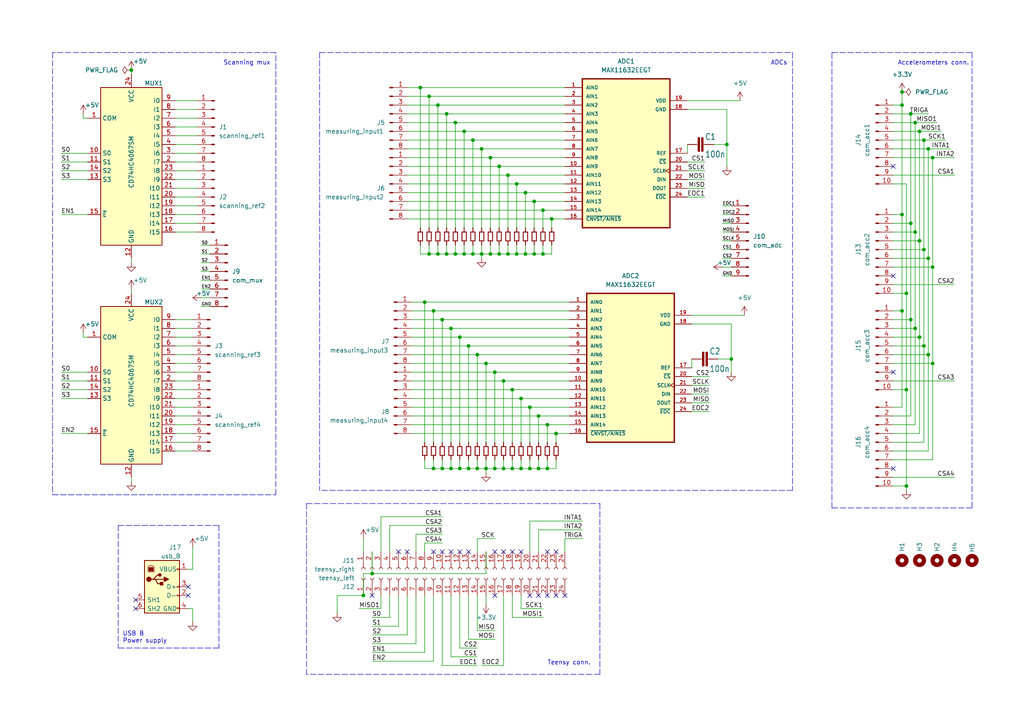
<source format=kicad_sch>
(kicad_sch (version 20211123) (generator eeschema)
  (paper "A4")
  (title_block (title "FSRray") (date "2022-10-21") (rev "3.0") (company "Alexis Devillard - HRG - Imperial College London"))
  (junction (at 270.51 45.72))
  (junction (at 156.21 120.65))
  (junction (at 138.43 135.89))
  (junction (at 267.97 72.39))
  (junction (at 262.89 85.09))
  (junction (at 149.86 73.66))
  (junction (at 156.21 135.89))
  (junction (at 266.7 38.1))
  (junction (at 128.27 92.71))
  (junction (at 267.97 100.33))
  (junction (at 142.24 73.66))
  (junction (at 158.75 135.89))
  (junction (at 161.29 125.73))
  (junction (at 262.89 140.97))
  (junction (at 124.46 27.94))
  (junction (at 143.51 135.89))
  (junction (at 129.54 33.02))
  (junction (at 152.4 55.88))
  (junction (at 143.51 107.95))
  (junction (at 130.81 95.25))
  (junction (at 142.24 45.72))
  (junction (at 261.62 30.48))
  (junction (at 139.7 43.18))
  (junction (at 134.62 73.66))
  (junction (at 265.43 95.25))
  (junction (at 132.08 73.66))
  (junction (at 135.89 135.89))
  (junction (at 138.43 102.87))
  (junction (at 261.62 90.17))
  (junction (at 146.05 110.49))
  (junction (at 137.16 73.66))
  (junction (at 210.82 41.91))
  (junction (at 266.7 69.85))
  (junction (at 148.59 135.89))
  (junction (at 140.97 135.89))
  (junction (at 107.95 166.37))
  (junction (at 151.13 115.57))
  (junction (at 261.62 62.23))
  (junction (at 139.7 73.66))
  (junction (at 144.78 48.26))
  (junction (at 264.16 33.02))
  (junction (at 140.97 105.41))
  (junction (at 137.16 40.64))
  (junction (at 127 30.48))
  (junction (at 264.16 64.77))
  (junction (at 133.35 135.89))
  (junction (at 267.97 40.64))
  (junction (at 105.41 172.72))
  (junction (at 128.27 135.89))
  (junction (at 269.24 74.93))
  (junction (at 134.62 38.1))
  (junction (at 270.51 105.41))
  (junction (at 130.81 135.89))
  (junction (at 154.94 73.66))
  (junction (at 144.78 73.66))
  (junction (at 123.19 87.63))
  (junction (at 266.7 97.79))
  (junction (at 265.43 35.56))
  (junction (at 148.59 113.03))
  (junction (at 160.02 63.5))
  (junction (at 147.32 73.66))
  (junction (at 135.89 100.33))
  (junction (at 264.16 92.71))
  (junction (at 127 73.66))
  (junction (at 212.09 104.14))
  (junction (at 125.73 90.17))
  (junction (at 132.08 35.56))
  (junction (at 147.32 50.8))
  (junction (at 262.89 113.03))
  (junction (at 38.1 20.32))
  (junction (at 124.46 73.66))
  (junction (at 153.67 135.89))
  (junction (at 151.13 135.89))
  (junction (at 261.62 26.67))
  (junction (at 129.54 73.66))
  (junction (at 269.24 102.87))
  (junction (at 157.48 73.66))
  (junction (at 152.4 73.66))
  (junction (at 157.48 60.96))
  (junction (at 265.43 67.31))
  (junction (at 146.05 135.89))
  (junction (at 269.24 43.18))
  (junction (at 154.94 58.42))
  (junction (at 133.35 97.79))
  (junction (at 270.51 77.47))
  (junction (at 153.67 118.11))
  (junction (at 149.86 53.34))
  (junction (at 125.73 135.89))
  (junction (at 158.75 123.19))
  (junction (at 121.92 25.4))
  (no_connect (at 153.67 172.72))
  (no_connect (at 259.08 80.01))
  (no_connect (at 133.35 160.02))
  (no_connect (at 143.51 172.72))
  (no_connect (at 259.08 107.95))
  (no_connect (at 143.51 160.02))
  (no_connect (at 161.29 160.02))
  (no_connect (at 125.73 160.02))
  (no_connect (at 259.08 48.26))
  (no_connect (at 39.37 176.53))
  (no_connect (at 54.61 172.72))
  (no_connect (at 158.75 172.72))
  (no_connect (at 148.59 160.02))
  (no_connect (at 135.89 160.02))
  (no_connect (at 115.57 160.02))
  (no_connect (at 163.83 172.72))
  (no_connect (at 128.27 160.02))
  (no_connect (at 156.21 172.72))
  (no_connect (at 39.37 173.99))
  (no_connect (at 54.61 170.18))
  (no_connect (at 118.11 160.02))
  (no_connect (at 107.95 172.72))
  (no_connect (at 161.29 172.72))
  (no_connect (at 158.75 160.02))
  (no_connect (at 146.05 160.02))
  (no_connect (at 259.08 135.89))
  (no_connect (at 151.13 160.02))
  (no_connect (at 130.81 160.02))
  (wire (pts (xy 148.59 135.89) (xy 146.05 135.89)))
  (wire (pts (xy 57.15 44.45) (xy 50.8 44.45)))
  (wire (pts (xy 210.82 41.91) (xy 210.82 48.26)))
  (wire (pts (xy 259.08 128.27) (xy 267.97 128.27)))
  (polyline (pts (xy 80.01 143.51) (xy 80.01 15.24)))
  (wire (pts (xy 128.27 133.35) (xy 128.27 135.89)))
  (wire (pts (xy 121.92 25.4) (xy 163.83 25.4)))
  (wire (pts (xy 17.78 113.03) (xy 25.4 113.03)))
  (wire (pts (xy 127 71.12) (xy 127 73.66)))
  (wire (pts (xy 151.13 176.53) (xy 157.48 176.53)))
  (wire (pts (xy 135.89 133.35) (xy 135.89 135.89)))
  (wire (pts (xy 154.94 73.66) (xy 152.4 73.66)))
  (wire (pts (xy 139.7 66.04) (xy 139.7 43.18)))
  (wire (pts (xy 107.95 186.69) (xy 120.65 186.69)))
  (wire (pts (xy 129.54 71.12) (xy 129.54 73.66)))
  (wire (pts (xy 133.35 128.27) (xy 133.35 97.79)))
  (wire (pts (xy 127 73.66) (xy 129.54 73.66)))
  (wire (pts (xy 259.08 120.65) (xy 264.16 120.65)))
  (wire (pts (xy 110.49 172.72) (xy 110.49 176.53)))
  (wire (pts (xy 118.11 43.18) (xy 139.7 43.18)))
  (wire (pts (xy 57.15 62.23) (xy 50.8 62.23)))
  (wire (pts (xy 264.16 64.77) (xy 259.08 64.77)))
  (wire (pts (xy 149.86 53.34) (xy 163.83 53.34)))
  (wire (pts (xy 261.62 118.11) (xy 261.62 90.17)))
  (wire (pts (xy 261.62 90.17) (xy 261.62 62.23)))
  (wire (pts (xy 17.78 49.53) (xy 25.4 49.53)))
  (wire (pts (xy 129.54 73.66) (xy 132.08 73.66)))
  (wire (pts (xy 148.59 179.07) (xy 157.48 179.07)))
  (wire (pts (xy 259.08 130.81) (xy 269.24 130.81)))
  (wire (pts (xy 140.97 175.26) (xy 140.97 172.72)))
  (wire (pts (xy 259.08 113.03) (xy 262.89 113.03)))
  (wire (pts (xy 134.62 71.12) (xy 134.62 73.66)))
  (wire (pts (xy 140.97 133.35) (xy 140.97 135.89)))
  (wire (pts (xy 157.48 73.66) (xy 154.94 73.66)))
  (wire (pts (xy 60.96 71.12) (xy 58.42 71.12)))
  (wire (pts (xy 123.19 128.27) (xy 123.19 87.63)))
  (polyline (pts (xy 88.9 146.05) (xy 173.99 146.05)))
  (wire (pts (xy 119.38 100.33) (xy 135.89 100.33)))
  (wire (pts (xy 110.49 176.53) (xy 104.14 176.53)))
  (wire (pts (xy 149.86 66.04) (xy 149.86 53.34)))
  (wire (pts (xy 55.88 113.03) (xy 50.8 113.03)))
  (wire (pts (xy 24.13 97.79) (xy 24.13 96.52)))
  (wire (pts (xy 156.21 128.27) (xy 156.21 120.65)))
  (wire (pts (xy 107.95 181.61) (xy 115.57 181.61)))
  (wire (pts (xy 55.88 107.95) (xy 50.8 107.95)))
  (wire (pts (xy 161.29 133.35) (xy 161.29 135.89)))
  (wire (pts (xy 55.88 158.75) (xy 55.88 165.1)))
  (wire (pts (xy 123.19 157.48) (xy 128.27 157.48)))
  (wire (pts (xy 60.96 83.82) (xy 58.42 83.82)))
  (wire (pts (xy 156.21 120.65) (xy 165.1 120.65)))
  (wire (pts (xy 157.48 60.96) (xy 163.83 60.96)))
  (wire (pts (xy 55.88 102.87) (xy 50.8 102.87)))
  (polyline (pts (xy 241.3 147.32) (xy 241.3 15.24)))
  (wire (pts (xy 161.29 128.27) (xy 161.29 125.73)))
  (polyline (pts (xy 34.29 152.4) (xy 63.5 152.4)))
  (wire (pts (xy 128.27 172.72) (xy 128.27 193.04)))
  (wire (pts (xy 60.96 73.66) (xy 58.42 73.66)))
  (wire (pts (xy 118.11 53.34) (xy 149.86 53.34)))
  (polyline (pts (xy 92.71 15.24) (xy 229.87 15.24)))
  (wire (pts (xy 143.51 156.21) (xy 138.43 156.21)))
  (wire (pts (xy 137.16 40.64) (xy 163.83 40.64)))
  (wire (pts (xy 121.92 66.04) (xy 121.92 25.4)))
  (wire (pts (xy 118.11 50.8) (xy 147.32 50.8)))
  (wire (pts (xy 125.73 172.72) (xy 125.73 191.77)))
  (wire (pts (xy 134.62 66.04) (xy 134.62 38.1)))
  (wire (pts (xy 158.75 133.35) (xy 158.75 135.89)))
  (wire (pts (xy 267.97 72.39) (xy 259.08 72.39)))
  (polyline (pts (xy 229.87 15.24) (xy 229.87 142.24)))
  (wire (pts (xy 134.62 38.1) (xy 163.83 38.1)))
  (wire (pts (xy 139.7 43.18) (xy 163.83 43.18)))
  (wire (pts (xy 119.38 120.65) (xy 156.21 120.65)))
  (wire (pts (xy 138.43 135.89) (xy 140.97 135.89)))
  (wire (pts (xy 55.88 176.53) (xy 54.61 176.53)))
  (wire (pts (xy 55.88 125.73) (xy 50.8 125.73)))
  (wire (pts (xy 140.97 166.37) (xy 107.95 166.37)))
  (polyline (pts (xy 281.94 147.32) (xy 241.3 147.32)))
  (wire (pts (xy 143.51 133.35) (xy 143.51 135.89)))
  (wire (pts (xy 160.02 66.04) (xy 160.02 63.5)))
  (wire (pts (xy 212.09 80.01) (xy 209.55 80.01)))
  (wire (pts (xy 121.92 73.66) (xy 124.46 73.66)))
  (wire (pts (xy 119.38 105.41) (xy 140.97 105.41)))
  (wire (pts (xy 55.88 105.41) (xy 50.8 105.41)))
  (wire (pts (xy 148.59 133.35) (xy 148.59 135.89)))
  (wire (pts (xy 135.89 172.72) (xy 135.89 185.42)))
  (wire (pts (xy 259.08 77.47) (xy 270.51 77.47)))
  (wire (pts (xy 107.95 179.07) (xy 113.03 179.07)))
  (wire (pts (xy 60.96 88.9) (xy 58.42 88.9)))
  (wire (pts (xy 57.15 54.61) (xy 50.8 54.61)))
  (wire (pts (xy 55.88 180.34) (xy 55.88 176.53)))
  (wire (pts (xy 199.39 31.75) (xy 210.82 31.75)))
  (wire (pts (xy 113.03 172.72) (xy 113.03 179.07)))
  (wire (pts (xy 17.78 62.23) (xy 25.4 62.23)))
  (polyline (pts (xy 229.87 142.24) (xy 92.71 142.24)))
  (wire (pts (xy 209.55 64.77) (xy 212.09 64.77)))
  (wire (pts (xy 129.54 33.02) (xy 163.83 33.02)))
  (wire (pts (xy 200.66 119.38) (xy 205.74 119.38)))
  (wire (pts (xy 157.48 66.04) (xy 157.48 60.96)))
  (wire (pts (xy 200.66 111.76) (xy 205.74 111.76)))
  (wire (pts (xy 157.48 71.12) (xy 157.48 73.66)))
  (wire (pts (xy 208.28 104.14) (xy 212.09 104.14)))
  (wire (pts (xy 259.08 125.73) (xy 266.7 125.73)))
  (wire (pts (xy 264.16 33.02) (xy 264.16 64.77)))
  (wire (pts (xy 55.88 95.25) (xy 50.8 95.25)))
  (wire (pts (xy 212.09 77.47) (xy 209.55 77.47)))
  (wire (pts (xy 118.11 48.26) (xy 144.78 48.26)))
  (wire (pts (xy 142.24 45.72) (xy 163.83 45.72)))
  (wire (pts (xy 200.66 104.14) (xy 200.66 106.68)))
  (wire (pts (xy 259.08 92.71) (xy 264.16 92.71)))
  (wire (pts (xy 259.08 40.64) (xy 267.97 40.64)))
  (wire (pts (xy 262.89 140.97) (xy 259.08 140.97)))
  (wire (pts (xy 38.1 138.43) (xy 38.1 139.7)))
  (wire (pts (xy 146.05 110.49) (xy 165.1 110.49)))
  (wire (pts (xy 200.66 93.98) (xy 212.09 93.98)))
  (wire (pts (xy 142.24 71.12) (xy 142.24 73.66)))
  (wire (pts (xy 132.08 71.12) (xy 132.08 73.66)))
  (wire (pts (xy 267.97 40.64) (xy 274.32 40.64)))
  (wire (pts (xy 261.62 30.48) (xy 261.62 62.23)))
  (wire (pts (xy 127 66.04) (xy 127 30.48)))
  (wire (pts (xy 143.51 182.88) (xy 138.43 182.88)))
  (wire (pts (xy 265.43 67.31) (xy 259.08 67.31)))
  (polyline (pts (xy 281.94 15.24) (xy 281.94 147.32)))
  (wire (pts (xy 265.43 35.56) (xy 265.43 67.31)))
  (wire (pts (xy 151.13 172.72) (xy 151.13 176.53)))
  (wire (pts (xy 57.15 34.29) (xy 50.8 34.29)))
  (wire (pts (xy 259.08 133.35) (xy 270.51 133.35)))
  (wire (pts (xy 118.11 27.94) (xy 124.46 27.94)))
  (wire (pts (xy 266.7 69.85) (xy 259.08 69.85)))
  (wire (pts (xy 139.7 74.93) (xy 139.7 73.66)))
  (wire (pts (xy 270.51 45.72) (xy 270.51 77.47)))
  (wire (pts (xy 259.08 82.55) (xy 276.86 82.55)))
  (wire (pts (xy 124.46 27.94) (xy 163.83 27.94)))
  (wire (pts (xy 137.16 66.04) (xy 137.16 40.64)))
  (wire (pts (xy 261.62 62.23) (xy 259.08 62.23)))
  (wire (pts (xy 24.13 33.02) (xy 24.13 34.29)))
  (wire (pts (xy 259.08 123.19) (xy 265.43 123.19)))
  (wire (pts (xy 156.21 133.35) (xy 156.21 135.89)))
  (wire (pts (xy 119.38 118.11) (xy 153.67 118.11)))
  (wire (pts (xy 152.4 73.66) (xy 149.86 73.66)))
  (wire (pts (xy 118.11 40.64) (xy 137.16 40.64)))
  (wire (pts (xy 143.51 107.95) (xy 165.1 107.95)))
  (wire (pts (xy 119.38 95.25) (xy 130.81 95.25)))
  (wire (pts (xy 160.02 63.5) (xy 163.83 63.5)))
  (wire (pts (xy 270.51 45.72) (xy 276.86 45.72)))
  (wire (pts (xy 105.41 166.37) (xy 107.95 166.37)))
  (wire (pts (xy 264.16 33.02) (xy 269.24 33.02)))
  (wire (pts (xy 200.66 91.44) (xy 215.9 91.44)))
  (wire (pts (xy 125.73 133.35) (xy 125.73 135.89)))
  (wire (pts (xy 259.08 30.48) (xy 261.62 30.48)))
  (wire (pts (xy 125.73 90.17) (xy 165.1 90.17)))
  (wire (pts (xy 262.89 140.97) (xy 262.89 142.24)))
  (wire (pts (xy 151.13 135.89) (xy 148.59 135.89)))
  (wire (pts (xy 153.67 151.13) (xy 168.91 151.13)))
  (wire (pts (xy 199.39 57.15) (xy 204.47 57.15)))
  (wire (pts (xy 125.73 135.89) (xy 128.27 135.89)))
  (wire (pts (xy 57.15 31.75) (xy 50.8 31.75)))
  (wire (pts (xy 133.35 172.72) (xy 133.35 187.96)))
  (wire (pts (xy 55.88 92.71) (xy 50.8 92.71)))
  (polyline (pts (xy 15.24 143.51) (xy 80.01 143.51)))
  (wire (pts (xy 57.15 67.31) (xy 50.8 67.31)))
  (wire (pts (xy 125.73 128.27) (xy 125.73 90.17)))
  (wire (pts (xy 17.78 52.07) (xy 25.4 52.07)))
  (wire (pts (xy 130.81 133.35) (xy 130.81 135.89)))
  (wire (pts (xy 259.08 38.1) (xy 266.7 38.1)))
  (wire (pts (xy 146.05 135.89) (xy 143.51 135.89)))
  (wire (pts (xy 262.89 53.34) (xy 262.89 85.09)))
  (wire (pts (xy 156.21 153.67) (xy 168.91 153.67)))
  (wire (pts (xy 262.89 85.09) (xy 262.89 113.03)))
  (wire (pts (xy 55.88 130.81) (xy 50.8 130.81)))
  (wire (pts (xy 120.65 160.02) (xy 120.65 154.94)))
  (wire (pts (xy 259.08 118.11) (xy 261.62 118.11)))
  (wire (pts (xy 148.59 128.27) (xy 148.59 113.03)))
  (wire (pts (xy 17.78 107.95) (xy 25.4 107.95)))
  (wire (pts (xy 269.24 74.93) (xy 259.08 74.93)))
  (wire (pts (xy 57.15 57.15) (xy 50.8 57.15)))
  (wire (pts (xy 266.7 38.1) (xy 266.7 69.85)))
  (wire (pts (xy 57.15 49.53) (xy 50.8 49.53)))
  (wire (pts (xy 153.67 118.11) (xy 165.1 118.11)))
  (wire (pts (xy 38.1 74.93) (xy 38.1 76.2)))
  (wire (pts (xy 148.59 113.03) (xy 165.1 113.03)))
  (wire (pts (xy 146.05 133.35) (xy 146.05 135.89)))
  (wire (pts (xy 156.21 135.89) (xy 153.67 135.89)))
  (wire (pts (xy 113.03 152.4) (xy 128.27 152.4)))
  (wire (pts (xy 119.38 92.71) (xy 128.27 92.71)))
  (wire (pts (xy 139.7 71.12) (xy 139.7 73.66)))
  (wire (pts (xy 269.24 43.18) (xy 269.24 74.93)))
  (wire (pts (xy 57.15 39.37) (xy 50.8 39.37)))
  (wire (pts (xy 151.13 133.35) (xy 151.13 135.89)))
  (wire (pts (xy 259.08 33.02) (xy 264.16 33.02)))
  (wire (pts (xy 17.78 125.73) (xy 25.4 125.73)))
  (wire (pts (xy 119.38 115.57) (xy 151.13 115.57)))
  (polyline (pts (xy 241.3 15.24) (xy 281.94 15.24)))
  (wire (pts (xy 199.39 29.21) (xy 214.63 29.21)))
  (wire (pts (xy 55.88 110.49) (xy 50.8 110.49)))
  (wire (pts (xy 55.88 120.65) (xy 50.8 120.65)))
  (wire (pts (xy 110.49 149.86) (xy 128.27 149.86)))
  (wire (pts (xy 148.59 172.72) (xy 148.59 179.07)))
  (wire (pts (xy 137.16 73.66) (xy 139.7 73.66)))
  (wire (pts (xy 121.92 71.12) (xy 121.92 73.66)))
  (wire (pts (xy 144.78 48.26) (xy 163.83 48.26)))
  (wire (pts (xy 161.29 125.73) (xy 165.1 125.73)))
  (wire (pts (xy 147.32 66.04) (xy 147.32 50.8)))
  (wire (pts (xy 118.11 33.02) (xy 129.54 33.02)))
  (polyline (pts (xy 80.01 15.24) (xy 15.24 15.24)))
  (wire (pts (xy 54.61 165.1) (xy 55.88 165.1)))
  (wire (pts (xy 124.46 71.12) (xy 124.46 73.66)))
  (wire (pts (xy 132.08 35.56) (xy 163.83 35.56)))
  (wire (pts (xy 147.32 50.8) (xy 163.83 50.8)))
  (wire (pts (xy 105.41 156.21) (xy 105.41 160.02)))
  (wire (pts (xy 259.08 100.33) (xy 267.97 100.33)))
  (wire (pts (xy 158.75 135.89) (xy 156.21 135.89)))
  (wire (pts (xy 143.51 185.42) (xy 135.89 185.42)))
  (wire (pts (xy 259.08 95.25) (xy 265.43 95.25)))
  (wire (pts (xy 265.43 35.56) (xy 271.78 35.56)))
  (wire (pts (xy 152.4 71.12) (xy 152.4 73.66)))
  (wire (pts (xy 163.83 156.21) (xy 168.91 156.21)))
  (wire (pts (xy 259.08 85.09) (xy 262.89 85.09)))
  (polyline (pts (xy 88.9 146.05) (xy 88.9 195.58)))
  (wire (pts (xy 118.11 60.96) (xy 157.48 60.96)))
  (wire (pts (xy 55.88 115.57) (xy 50.8 115.57)))
  (wire (pts (xy 147.32 73.66) (xy 144.78 73.66)))
  (wire (pts (xy 24.13 34.29) (xy 25.4 34.29)))
  (wire (pts (xy 123.19 172.72) (xy 123.19 189.23)))
  (wire (pts (xy 138.43 172.72) (xy 138.43 182.88)))
  (wire (pts (xy 119.38 107.95) (xy 143.51 107.95)))
  (wire (pts (xy 55.88 128.27) (xy 50.8 128.27)))
  (wire (pts (xy 17.78 44.45) (xy 25.4 44.45)))
  (wire (pts (xy 161.29 135.89) (xy 158.75 135.89)))
  (wire (pts (xy 209.55 67.31) (xy 212.09 67.31)))
  (polyline (pts (xy 173.99 146.05) (xy 173.99 195.58)))
  (wire (pts (xy 149.86 71.12) (xy 149.86 73.66)))
  (wire (pts (xy 60.96 78.74) (xy 58.42 78.74)))
  (polyline (pts (xy 15.24 15.24) (xy 15.24 143.51)))
  (wire (pts (xy 270.51 105.41) (xy 259.08 105.41)))
  (wire (pts (xy 119.38 125.73) (xy 161.29 125.73)))
  (wire (pts (xy 143.51 135.89) (xy 140.97 135.89)))
  (wire (pts (xy 133.35 97.79) (xy 165.1 97.79)))
  (wire (pts (xy 17.78 110.49) (xy 25.4 110.49)))
  (wire (pts (xy 154.94 66.04) (xy 154.94 58.42)))
  (wire (pts (xy 118.11 38.1) (xy 134.62 38.1)))
  (wire (pts (xy 138.43 128.27) (xy 138.43 102.87)))
  (wire (pts (xy 149.86 73.66) (xy 147.32 73.66)))
  (wire (pts (xy 119.38 123.19) (xy 158.75 123.19)))
  (polyline (pts (xy 63.5 187.96) (xy 34.29 187.96)))
  (wire (pts (xy 270.51 133.35) (xy 270.51 105.41)))
  (wire (pts (xy 209.55 69.85) (xy 212.09 69.85)))
  (wire (pts (xy 135.89 100.33) (xy 165.1 100.33)))
  (wire (pts (xy 267.97 40.64) (xy 267.97 72.39)))
  (wire (pts (xy 60.96 86.36) (xy 58.42 86.36)))
  (wire (pts (xy 146.05 172.72) (xy 146.05 193.04)))
  (wire (pts (xy 266.7 38.1) (xy 273.05 38.1)))
  (wire (pts (xy 38.1 83.82) (xy 38.1 85.09)))
  (wire (pts (xy 128.27 92.71) (xy 165.1 92.71)))
  (wire (pts (xy 130.81 95.25) (xy 165.1 95.25)))
  (wire (pts (xy 25.4 97.79) (xy 24.13 97.79)))
  (wire (pts (xy 118.11 35.56) (xy 132.08 35.56)))
  (wire (pts (xy 60.96 76.2) (xy 58.42 76.2)))
  (wire (pts (xy 17.78 115.57) (xy 25.4 115.57)))
  (wire (pts (xy 160.02 71.12) (xy 160.02 73.66)))
  (wire (pts (xy 135.89 128.27) (xy 135.89 100.33)))
  (wire (pts (xy 212.09 62.23) (xy 209.55 62.23)))
  (wire (pts (xy 199.39 44.45) (xy 199.39 41.91)))
  (wire (pts (xy 107.95 166.37) (xy 107.95 160.02)))
  (wire (pts (xy 259.08 90.17) (xy 261.62 90.17)))
  (wire (pts (xy 105.41 172.72) (xy 97.79 172.72)))
  (wire (pts (xy 118.11 45.72) (xy 142.24 45.72)))
  (wire (pts (xy 132.08 66.04) (xy 132.08 35.56)))
  (wire (pts (xy 163.83 160.02) (xy 163.83 156.21)))
  (wire (pts (xy 151.13 128.27) (xy 151.13 115.57)))
  (wire (pts (xy 133.35 187.96) (xy 138.43 187.96)))
  (wire (pts (xy 138.43 102.87) (xy 165.1 102.87)))
  (wire (pts (xy 140.97 105.41) (xy 165.1 105.41)))
  (wire (pts (xy 140.97 160.02) (xy 140.97 166.37)))
  (wire (pts (xy 160.02 73.66) (xy 157.48 73.66)))
  (wire (pts (xy 120.65 154.94) (xy 128.27 154.94)))
  (wire (pts (xy 130.81 172.72) (xy 130.81 190.5)))
  (wire (pts (xy 118.11 172.72) (xy 118.11 184.15)))
  (wire (pts (xy 210.82 31.75) (xy 210.82 41.91)))
  (wire (pts (xy 144.78 73.66) (xy 142.24 73.66)))
  (wire (pts (xy 269.24 130.81) (xy 269.24 102.87)))
  (wire (pts (xy 259.08 110.49) (xy 276.86 110.49)))
  (wire (pts (xy 57.15 46.99) (xy 50.8 46.99)))
  (wire (pts (xy 120.65 172.72) (xy 120.65 186.69)))
  (wire (pts (xy 55.88 100.33) (xy 50.8 100.33)))
  (wire (pts (xy 123.19 160.02) (xy 123.19 157.48)))
  (wire (pts (xy 118.11 55.88) (xy 152.4 55.88)))
  (wire (pts (xy 259.08 43.18) (xy 269.24 43.18)))
  (wire (pts (xy 57.15 52.07) (xy 50.8 52.07)))
  (wire (pts (xy 123.19 87.63) (xy 165.1 87.63)))
  (wire (pts (xy 138.43 133.35) (xy 138.43 135.89)))
  (wire (pts (xy 57.15 41.91) (xy 50.8 41.91)))
  (wire (pts (xy 199.39 52.07) (xy 204.47 52.07)))
  (wire (pts (xy 130.81 128.27) (xy 130.81 95.25)))
  (wire (pts (xy 153.67 128.27) (xy 153.67 118.11)))
  (wire (pts (xy 209.55 74.93) (xy 212.09 74.93)))
  (wire (pts (xy 200.66 114.3) (xy 205.74 114.3)))
  (wire (pts (xy 129.54 66.04) (xy 129.54 33.02)))
  (wire (pts (xy 146.05 128.27) (xy 146.05 110.49)))
  (wire (pts (xy 127 30.48) (xy 163.83 30.48)))
  (wire (pts (xy 259.08 45.72) (xy 270.51 45.72)))
  (wire (pts (xy 147.32 71.12) (xy 147.32 73.66)))
  (wire (pts (xy 119.38 113.03) (xy 148.59 113.03)))
  (wire (pts (xy 267.97 128.27) (xy 267.97 100.33)))
  (wire (pts (xy 259.08 35.56) (xy 265.43 35.56)))
  (wire (pts (xy 107.95 184.15) (xy 118.11 184.15)))
  (wire (pts (xy 130.81 135.89) (xy 133.35 135.89)))
  (wire (pts (xy 265.43 123.19) (xy 265.43 95.25)))
  (wire (pts (xy 158.75 128.27) (xy 158.75 123.19)))
  (wire (pts (xy 199.39 49.53) (xy 204.47 49.53)))
  (wire (pts (xy 267.97 100.33) (xy 267.97 72.39)))
  (wire (pts (xy 261.62 26.67) (xy 261.62 30.48)))
  (wire (pts (xy 118.11 25.4) (xy 121.92 25.4)))
  (wire (pts (xy 113.03 160.02) (xy 113.03 152.4)))
  (wire (pts (xy 134.62 73.66) (xy 137.16 73.66)))
  (wire (pts (xy 207.01 41.91) (xy 210.82 41.91)))
  (wire (pts (xy 269.24 43.18) (xy 275.59 43.18)))
  (wire (pts (xy 199.39 54.61) (xy 204.47 54.61)))
  (wire (pts (xy 154.94 71.12) (xy 154.94 73.66)))
  (wire (pts (xy 57.15 64.77) (xy 50.8 64.77)))
  (wire (pts (xy 110.49 160.02) (xy 110.49 149.86)))
  (wire (pts (xy 140.97 128.27) (xy 140.97 105.41)))
  (wire (pts (xy 140.97 137.16) (xy 140.97 135.89)))
  (wire (pts (xy 124.46 73.66) (xy 127 73.66)))
  (wire (pts (xy 119.38 87.63) (xy 123.19 87.63)))
  (wire (pts (xy 55.88 97.79) (xy 50.8 97.79)))
  (wire (pts (xy 118.11 63.5) (xy 160.02 63.5)))
  (wire (pts (xy 259.08 97.79) (xy 266.7 97.79)))
  (wire (pts (xy 97.79 172.72) (xy 97.79 177.8)))
  (wire (pts (xy 143.51 128.27) (xy 143.51 107.95)))
  (wire (pts (xy 38.1 20.32) (xy 38.1 21.59)))
  (wire (pts (xy 119.38 102.87) (xy 138.43 102.87)))
  (wire (pts (xy 200.66 109.22) (xy 205.74 109.22)))
  (wire (pts (xy 128.27 135.89) (xy 130.81 135.89)))
  (wire (pts (xy 152.4 66.04) (xy 152.4 55.88)))
  (wire (pts (xy 107.95 189.23) (xy 123.19 189.23)))
  (wire (pts (xy 259.08 50.8) (xy 276.86 50.8)))
  (wire (pts (xy 142.24 66.04) (xy 142.24 45.72)))
  (wire (pts (xy 200.66 116.84) (xy 205.74 116.84)))
  (wire (pts (xy 153.67 133.35) (xy 153.67 135.89)))
  (polyline (pts (xy 173.99 195.58) (xy 88.9 195.58)))
  (wire (pts (xy 212.09 93.98) (xy 212.09 104.14)))
  (wire (pts (xy 132.08 73.66) (xy 134.62 73.66)))
  (wire (pts (xy 17.78 46.99) (xy 25.4 46.99)))
  (polyline (pts (xy 34.29 152.4) (xy 34.29 187.96)))
  (wire (pts (xy 130.81 190.5) (xy 138.43 190.5)))
  (wire (pts (xy 212.09 72.39) (xy 209.55 72.39)))
  (wire (pts (xy 138.43 156.21) (xy 138.43 160.02)))
  (wire (pts (xy 153.67 160.02) (xy 153.67 151.13)))
  (wire (pts (xy 199.39 46.99) (xy 204.47 46.99)))
  (wire (pts (xy 152.4 55.88) (xy 163.83 55.88)))
  (wire (pts (xy 259.08 102.87) (xy 269.24 102.87)))
  (wire (pts (xy 123.19 133.35) (xy 123.19 135.89)))
  (wire (pts (xy 153.67 135.89) (xy 151.13 135.89)))
  (wire (pts (xy 123.19 135.89) (xy 125.73 135.89)))
  (wire (pts (xy 119.38 97.79) (xy 133.35 97.79)))
  (wire (pts (xy 119.38 90.17) (xy 125.73 90.17)))
  (wire (pts (xy 57.15 59.69) (xy 50.8 59.69)))
  (wire (pts (xy 212.09 59.69) (xy 209.55 59.69)))
  (wire (pts (xy 259.08 53.34) (xy 262.89 53.34)))
  (wire (pts (xy 137.16 71.12) (xy 137.16 73.66)))
  (polyline (pts (xy 241.3 147.32) (xy 241.3 147.32)))
  (wire (pts (xy 105.41 172.72) (xy 105.41 166.37)))
  (wire (pts (xy 139.7 193.04) (xy 146.05 193.04)))
  (polyline (pts (xy 92.71 15.24) (xy 92.71 142.24)))
  (wire (pts (xy 266.7 97.79) (xy 266.7 69.85)))
  (wire (pts (xy 58.42 81.28) (xy 60.96 81.28)))
  (wire (pts (xy 128.27 128.27) (xy 128.27 92.71)))
  (wire (pts (xy 144.78 71.12) (xy 144.78 73.66)))
  (wire (pts (xy 135.89 135.89) (xy 138.43 135.89)))
  (wire (pts (xy 265.43 95.25) (xy 265.43 67.31)))
  (wire (pts (xy 264.16 120.65) (xy 264.16 92.71)))
  (wire (pts (xy 119.38 110.49) (xy 146.05 110.49)))
  (wire (pts (xy 107.95 191.77) (xy 125.73 191.77)))
  (wire (pts (xy 118.11 30.48) (xy 127 30.48)))
  (wire (pts (xy 151.13 115.57) (xy 165.1 115.57)))
  (wire (pts (xy 269.24 102.87) (xy 269.24 74.93)))
  (wire (pts (xy 270.51 77.47) (xy 270.51 105.41)))
  (polyline (pts (xy 63.5 152.4) (xy 63.5 187.96)))
  (wire (pts (xy 115.57 172.72) (xy 115.57 181.61)))
  (wire (pts (xy 154.94 58.42) (xy 163.83 58.42)))
  (wire (pts (xy 55.88 118.11) (xy 50.8 118.11)))
  (wire (pts (xy 124.46 66.04) (xy 124.46 27.94)))
  (wire (pts (xy 133.35 135.89) (xy 135.89 135.89)))
  (wire (pts (xy 142.24 73.66) (xy 139.7 73.66)))
  (wire (pts (xy 57.15 36.83) (xy 50.8 36.83)))
  (wire (pts (xy 264.16 92.71) (xy 264.16 64.77)))
  (wire (pts (xy 259.08 138.43) (xy 276.86 138.43)))
  (wire (pts (xy 55.88 123.19) (xy 50.8 123.19)))
  (wire (pts (xy 133.35 133.35) (xy 133.35 135.89)))
  (wire (pts (xy 266.7 125.73) (xy 266.7 97.79)))
  (wire (pts (xy 262.89 113.03) (xy 262.89 140.97)))
  (wire (pts (xy 118.11 58.42) (xy 154.94 58.42)))
  (wire (pts (xy 144.78 66.04) (xy 144.78 48.26)))
  (wire (pts (xy 156.21 160.02) (xy 156.21 153.67)))
  (wire (pts (xy 212.09 104.14) (xy 212.09 107.95)))
  (wire (pts (xy 57.15 29.21) (xy 50.8 29.21)))
  (wire (pts (xy 128.27 193.04) (xy 138.43 193.04)))
  (wire (pts (xy 158.75 123.19) (xy 165.1 123.19)))
  (text "ADCs" (at 223.52 19.05 0) (effects (font (size 1.27 1.27)) (justify left bottom)))
  (text "USB B\nPower supply" (at 35.56 186.69 0) (effects (font (size 1.27 1.27)) (justify left bottom)))
  (text "Accelerometers conn." (at 260.35 19.05 0) (effects (font (size 1.27 1.27)) (justify left bottom)))
  (text "Scanning mux" (at 64.77 19.05 0) (effects (font (size 1.27 1.27)) (justify left bottom)))
  (text "Teensy conn." (at 158.75 193.04 0) (effects (font (size 1.27 1.27)) (justify left bottom)))
  (label "EOC1" (at 209.55 59.69 0) (effects (font (size 0.889 0.889))))
  (label "MISO" (at 143.51 182.88 180))
  (label "EN2" (at 58.42 83.82 0) (effects (font (size 0.889 0.889))))
  (label "EN1" (at 58.42 81.28 0) (effects (font (size 0.889 0.889))))
  (label "SCK1" (at 157.48 176.53 180))
  (label "CSA4" (at 276.86 138.43 180))
  (label "TRIGA" (at 168.91 156.21 180))
  (label "INTA1" (at 275.59 43.18 180))
  (label "EN1" (at 17.78 62.23 0))
  (label "S1" (at 17.78 46.99 0))
  (label "EOC2" (at 209.55 62.23 0) (effects (font (size 0.889 0.889))))
  (label "CS2" (at 209.55 74.93 0) (effects (font (size 0.889 0.889))))
  (label "EOC1" (at 204.47 57.15 180))
  (label "INTA2" (at 168.91 153.67 180))
  (label "EOC2" (at 205.74 119.38 180))
  (label "CS2" (at 205.74 109.22 180))
  (label "S0" (at 17.78 44.45 0))
  (label "MISO" (at 204.47 54.61 180))
  (label "CS1" (at 209.55 72.39 0) (effects (font (size 0.889 0.889))))
  (label "EN2" (at 17.78 125.73 0))
  (label "CSA4" (at 128.27 157.48 180))
  (label "CSA2" (at 128.27 152.4 180))
  (label "CS2" (at 138.43 187.96 180))
  (label "CSA3" (at 276.86 110.49 180))
  (label "S3" (at 58.42 78.74 0) (effects (font (size 0.889 0.889))))
  (label "EOC2" (at 139.7 193.04 0))
  (label "S0" (at 17.78 107.95 0))
  (label "MOSI" (at 209.55 67.31 0) (effects (font (size 0.889 0.889))))
  (label "S1" (at 17.78 110.49 0))
  (label "S3" (at 17.78 52.07 0))
  (label "S1" (at 58.42 73.66 0) (effects (font (size 0.889 0.889))))
  (label "S2" (at 17.78 49.53 0))
  (label "S3" (at 17.78 115.57 0))
  (label "SCK1" (at 274.32 40.64 180))
  (label "SCLK" (at 205.74 111.76 180))
  (label "GND" (at 58.42 88.9 0) (effects (font (size 0.889 0.889))))
  (label "EN1" (at 107.95 189.23 0))
  (label "S2" (at 17.78 113.03 0))
  (label "MOSI1" (at 157.48 179.07 180))
  (label "CS1" (at 204.47 46.99 180))
  (label "S2" (at 107.95 184.15 0))
  (label "MISO1" (at 271.78 35.56 180))
  (label "CSA1" (at 276.86 50.8 180))
  (label "S3" (at 107.95 186.69 0))
  (label "MISO1" (at 104.14 176.53 0))
  (label "SCLK" (at 204.47 49.53 180))
  (label "SCK" (at 143.51 156.21 180))
  (label "MOSI" (at 143.51 185.42 180))
  (label "INTA2" (at 276.86 45.72 180))
  (label "S1" (at 107.95 181.61 0))
  (label "GND" (at 209.55 80.01 0) (effects (font (size 0.889 0.889))))
  (label "EOC1" (at 138.43 193.04 180))
  (label "CS1" (at 138.43 190.5 180))
  (label "CSA3" (at 128.27 154.94 180))
  (label "S0" (at 107.95 179.07 0))
  (label "MOSI" (at 205.74 114.3 180))
  (label "EN2" (at 107.95 191.77 0))
  (label "MOSI1" (at 273.05 38.1 180))
  (label "CSA1" (at 128.27 149.86 180))
  (label "SCLK" (at 209.55 69.85 0) (effects (font (size 0.889 0.889))))
  (label "TRIGA" (at 269.24 33.02 180))
  (label "MOSI" (at 204.47 52.07 180))
  (label "CSA2" (at 276.86 82.55 180))
  (label "MISO" (at 205.74 116.84 180))
  (label "S0" (at 58.42 71.12 0) (effects (font (size 0.889 0.889))))
  (label "MISO" (at 209.55 64.77 0) (effects (font (size 0.889 0.889))))
  (label "INTA1" (at 168.91 151.13 180))
  (label "S2" (at 58.42 76.2 0) (effects (font (size 0.889 0.889))))
  (symbol (lib_id "fsr_array-eagle-import:HALF_RES") (at 137.16 66.04 270) (unit 1)
    (property "Reference" "U$4" (effects hide))
    (property "Value" "HALF_RES" (effects hide))
    (property "Footprint" "fsr_array:HALP_RES" (effects hide))
  )
  (symbol (lib_id "fsr_array-eagle-import:HALF_RES") (at 134.62 66.04 270) (unit 1)
    (property "Reference" "U$6" (effects hide))
    (property "Value" "HALF_RES" (effects hide))
    (property "Footprint" "fsr_array:HALP_RES" (effects hide))
  )
  (symbol (lib_id "fsr_array-eagle-import:HALF_RES") (at 148.59 133.35 90) (unit 1)
    (property "Reference" "U$59" (effects hide))
    (property "Value" "HALF_RES" (effects hide))
    (property "Footprint" "fsr_array:HALP_RES" (effects hide))
  )
  (symbol (lib_id "power:+5V") (at 214.63 29.21 0) (unit 1)
    (property "Reference" "#PWR0107" (effects hide))
    (property "Value" "+5V" (at 214.63 24.13 0))
  )
  (symbol (lib_id "fsr_array-eagle-import:HALF_RES") (at 139.7 71.12 90) (unit 1)
    (property "Reference" "U$1" (effects hide))
    (property "Value" "HALF_RES" (effects hide))
    (property "Footprint" "fsr_array:HALP_RES" (effects hide))
  )
  (symbol (lib_id "fsr_array-eagle-import:HALF_RES") (at 125.73 133.35 90) (unit 1)
    (property "Reference" "U$45" (effects hide))
    (property "Value" "HALF_RES" (effects hide))
    (property "Footprint" "fsr_array:HALP_RES" (effects hide))
  )
  (symbol (lib_id "MAX11632EEGT:MAX11632EEGT") (at 181.61 50.8 0) (unit 1)
    (property "Reference" "ADC1" (at 181.61 17.78 0))
    (property "Value" "MAX11632EEGT" (at 181.61 20.32 0))
    (property "Footprint" "00_Custom:MAX11632EEGT" (effects hide))
  )
  (symbol (lib_id "fsr_array-eagle-import:HALF_RES") (at 130.81 133.35 90) (unit 1)
    (property "Reference" "U$41" (effects hide))
    (property "Value" "HALF_RES" (effects hide))
    (property "Footprint" "fsr_array:HALP_RES" (effects hide))
  )
  (symbol (lib_id "fsr_array-eagle-import:HALF_RES") (at 142.24 71.12 90) (unit 1)
    (property "Reference" "U$31" (effects hide))
    (property "Value" "HALF_RES" (effects hide))
    (property "Footprint" "fsr_array:HALP_RES" (effects hide))
  )
  (symbol (lib_id "fsr_array-eagle-import:HALF_RES") (at 146.05 128.27 270) (unit 1)
    (property "Reference" "U$62" (effects hide))
    (property "Value" "HALF_RES" (effects hide))
    (property "Footprint" "fsr_array:HALP_RES" (effects hide))
  )
  (symbol (lib_id "fsr_array-eagle-import:HALF_RES") (at 125.73 128.27 270) (unit 1)
    (property "Reference" "U$46" (effects hide))
    (property "Value" "HALF_RES" (effects hide))
    (property "Footprint" "fsr_array:HALP_RES" (effects hide))
  )
  (symbol (lib_id "power:GND") (at 212.09 107.95 0) (unit 1)
    (property "Reference" "#PWR0117" (effects hide))
    (property "Value" "GND" (effects hide))
  )
  (symbol (lib_id "power:GND") (at 140.97 137.16 0) (unit 1)
    (property "Reference" "#PWR0116" (effects hide))
    (property "Value" "GND" (effects hide))
  )
  (symbol (lib_id "fsr_array-eagle-import:HALF_RES") (at 149.86 71.12 90) (unit 1)
    (property "Reference" "U$25" (effects hide))
    (property "Value" "HALF_RES" (effects hide))
    (property "Footprint" "fsr_array:HALP_RES" (effects hide))
  )
  (symbol (lib_id "power:+5V") (at 55.88 158.75 0) (unit 1)
    (property "Reference" "#PWR0119" (effects hide))
    (property "Value" "+5V" (at 58.42 156.21 0))
  )
  (symbol (lib_id "Connector:Conn_01x24_Female") (at 133.35 167.64 90) (unit 1)
    (property "Reference" "J12" (at 102.87 170.18 90) (effects (justify left)))
    (property "Value" "teensy_left" (at 102.87 167.64 90) (effects (justify left)))
    (property "Footprint" "Connector_PinSocket_2.54mm:PinSocket_1x24_P2.54mm_Vertical" (effects hide))
  )
  (symbol (lib_id "fsr_array-eagle-import:HALF_RES") (at 135.89 133.35 90) (unit 1)
    (property "Reference" "U$37" (effects hide))
    (property "Value" "HALF_RES" (effects hide))
    (property "Footprint" "fsr_array:HALP_RES" (effects hide))
  )
  (symbol (lib_id "fsr_array-eagle-import:HALF_RES") (at 153.67 128.27 270) (unit 1)
    (property "Reference" "U$56" (effects hide))
    (property "Value" "HALF_RES" (effects hide))
    (property "Footprint" "fsr_array:HALP_RES" (effects hide))
  )
  (symbol (lib_id "fsr_array-eagle-import:HALF_RES") (at 160.02 66.04 270) (unit 1)
    (property "Reference" "U$18" (effects hide))
    (property "Value" "HALF_RES" (effects hide))
    (property "Footprint" "fsr_array:HALP_RES" (effects hide))
  )
  (symbol (lib_id "fsr_array-eagle-import:HALF_RES") (at 156.21 133.35 90) (unit 1)
    (property "Reference" "U$53" (effects hide))
    (property "Value" "HALF_RES" (effects hide))
    (property "Footprint" "fsr_array:HALP_RES" (effects hide))
  )
  (symbol (lib_id "fsr_array-eagle-import:HALF_RES") (at 156.21 128.27 270) (unit 1)
    (property "Reference" "U$54" (effects hide))
    (property "Value" "HALF_RES" (effects hide))
    (property "Footprint" "fsr_array:HALP_RES" (effects hide))
  )
  (symbol (lib_id "fsr_array-eagle-import:HALF_RES") (at 121.92 71.12 90) (unit 1)
    (property "Reference" "U$15" (effects hide))
    (property "Value" "HALF_RES" (effects hide))
    (property "Footprint" "fsr_array:HALP_RES" (effects hide))
  )
  (symbol (lib_id "Mechanical:MountingHole") (at 271.78 162.56 90) (unit 1)
    (property "Reference" "H2" (at 271.7799 160.02 0) (effects (justify left)))
    (property "Value" "MountingHole" (effects hide))
    (property "Footprint" "MountingHole:MountingHole_3.2mm_M3" (effects hide))
  )
  (symbol (lib_id "fsr_array-eagle-import:HALF_RES") (at 121.92 66.04 270) (unit 1)
    (property "Reference" "U$16" (effects hide))
    (property "Value" "HALF_RES" (effects hide))
    (property "Footprint" "fsr_array:HALP_RES" (effects hide))
  )
  (symbol (lib_id "Mechanical:MountingHole") (at 261.62 162.56 90) (unit 1)
    (property "Reference" "H1" (at 261.6199 160.02 0) (effects (justify left)))
    (property "Value" "MountingHole" (effects hide))
    (property "Footprint" "MountingHole:MountingHole_3.2mm_M3" (effects hide))
  )
  (symbol (lib_id "power:+5V") (at 24.13 33.02 0) (unit 1)
    (property "Reference" "#PWR0109" (effects hide))
    (property "Value" "+5V" (at 26.67 30.48 0))
  )
  (symbol (lib_id "power:GND") (at 262.89 142.24 0) (unit 1)
    (property "Reference" "#PWR0118" (effects hide))
    (property "Value" "GND" (effects hide))
  )
  (symbol (lib_id "Mechanical:MountingHole") (at 266.7 162.56 90) (unit 1)
    (property "Reference" "H3" (at 266.6999 160.02 0) (effects (justify left)))
    (property "Value" "MountingHole" (effects hide))
    (property "Footprint" "MountingHole:MountingHole_3.2mm_M3" (effects hide))
  )
  (symbol (lib_id "fsr_array-eagle-import:HALF_RES") (at 144.78 66.04 270) (unit 1)
    (property "Reference" "U$30" (effects hide))
    (property "Value" "HALF_RES" (effects hide))
    (property "Footprint" "fsr_array:HALP_RES" (effects hide))
  )
  (symbol (lib_id "fsr_array-eagle-import:HALF_RES") (at 157.48 71.12 90) (unit 1)
    (property "Reference" "U$19" (effects hide))
    (property "Value" "HALF_RES" (effects hide))
    (property "Footprint" "fsr_array:HALP_RES" (effects hide))
  )
  (symbol (lib_id "fsr_array-eagle-import:HALF_RES") (at 157.48 66.04 270) (unit 1)
    (property "Reference" "U$20" (effects hide))
    (property "Value" "HALF_RES" (effects hide))
    (property "Footprint" "fsr_array:HALP_RES" (effects hide))
  )
  (symbol (lib_id "fsr_array-eagle-import:HALF_RES") (at 127 71.12 90) (unit 1)
    (property "Reference" "U$11" (effects hide))
    (property "Value" "HALF_RES" (effects hide))
    (property "Footprint" "fsr_array:HALP_RES" (effects hide))
  )
  (symbol (lib_id "74xx:CD74HC4067SM") (at 38.1 46.99 0) (unit 1)
    (property "Reference" "MUX1" (at 41.91 24.13 0) (effects (justify left)))
    (property "Value" "CD74HC4067SM" (at 38.1 54.61 90) (effects (justify left)))
    (property "Footprint" "Package_SO:SSOP-24_5.3x8.2mm_P0.65mm" (effects hide))
    (property "Datasheet" "http://www.ti.com/lit/ds/symlink/cd74hc4067.pdf" (effects hide))
  )
  (symbol (lib_id "Connector:Conn_01x24_Female") (at 133.35 165.1 90) (mirror x) (unit 1)
    (property "Reference" "J11" (at 102.87 162.56 90) (effects (justify left)))
    (property "Value" "teensy_right" (at 102.87 165.1 90) (effects (justify left)))
    (property "Footprint" "Connector_PinSocket_2.54mm:PinSocket_1x24_P2.54mm_Vertical" (effects hide))
  )
  (symbol (lib_id "fsr_array-eagle-import:HALF_RES") (at 161.29 133.35 90) (unit 1)
    (property "Reference" "U$49" (effects hide))
    (property "Value" "HALF_RES" (effects hide))
    (property "Footprint" "fsr_array:HALP_RES" (effects hide))
  )
  (symbol (lib_id "Connector:Conn_01x10_Male") (at 254 100.33 0) (unit 1)
    (property "Reference" "J15" (at 248.92 100.33 90))
    (property "Value" "com_acc3" (at 251.46 100.33 90))
    (property "Footprint" "Connector_PinHeader_1.27mm:PinHeader_2x05_P1.27mm_Vertical" (effects hide))
  )
  (symbol (lib_id "fsr_array-eagle-import:HALF_RES") (at 124.46 66.04 270) (unit 1)
    (property "Reference" "U$14" (effects hide))
    (property "Value" "HALF_RES" (effects hide))
    (property "Footprint" "fsr_array:HALP_RES" (effects hide))
  )
  (symbol (lib_id "fsr_array-eagle-import:HALF_RES") (at 137.16 71.12 90) (unit 1)
    (property "Reference" "U$3" (effects hide))
    (property "Value" "HALF_RES" (effects hide))
    (property "Footprint" "fsr_array:HALP_RES" (effects hide))
  )
  (symbol (lib_id "Connector:Conn_01x08_Male") (at 60.96 120.65 0) (mirror y) (unit 1)
    (property "Reference" "J4" (at 62.23 120.6499 0) (effects (justify right)))
    (property "Value" "scanning_ref4" (at 62.23 123.1899 0) (effects (justify right)))
    (property "Footprint" "Connector_PinHeader_2.54mm:PinHeader_1x08_P2.54mm_Vertical" (effects hide))
  )
  (symbol (lib_id "fsr_array-eagle-import:HALF_RES") (at 152.4 71.12 90) (unit 1)
    (property "Reference" "U$23" (effects hide))
    (property "Value" "HALF_RES" (effects hide))
    (property "Footprint" "fsr_array:HALP_RES" (effects hide))
  )
  (symbol (lib_id "fsr_array-eagle-import:HALF_RES") (at 147.32 66.04 270) (unit 1)
    (property "Reference" "U$28" (effects hide))
    (property "Value" "HALF_RES" (effects hide))
    (property "Footprint" "fsr_array:HALP_RES" (effects hide))
  )
  (symbol (lib_id "fsr_array-eagle-import:HALF_RES") (at 140.97 128.27 270) (unit 1)
    (property "Reference" "U$34" (effects hide))
    (property "Value" "HALF_RES" (effects hide))
    (property "Footprint" "fsr_array:HALP_RES" (effects hide))
  )
  (symbol (lib_id "fsr_array-eagle-import:HALF_RES") (at 143.51 133.35 90) (unit 1)
    (property "Reference" "U$63" (effects hide))
    (property "Value" "HALF_RES" (effects hide))
    (property "Footprint" "fsr_array:HALP_RES" (effects hide))
  )
  (symbol (lib_id "Connector:Conn_01x08_Male") (at 113.03 53.34 0) (unit 1)
    (property "Reference" "J6" (at 110.49 54.61 0))
    (property "Value" "measuring_input2" (at 102.87 57.15 0))
    (property "Footprint" "Connector_PinHeader_2.54mm:PinHeader_1x08_P2.54mm_Vertical" (effects hide))
  )
  (symbol (lib_id "fsr_array-eagle-import:HALF_RES") (at 133.35 133.35 90) (unit 1)
    (property "Reference" "U$39" (effects hide))
    (property "Value" "HALF_RES" (effects hide))
    (property "Footprint" "fsr_array:HALP_RES" (effects hide))
  )
  (symbol (lib_id "fsr_array-eagle-import:HALF_RES") (at 151.13 133.35 90) (unit 1)
    (property "Reference" "U$57" (effects hide))
    (property "Value" "HALF_RES" (effects hide))
    (property "Footprint" "fsr_array:HALP_RES" (effects hide))
  )
  (symbol (lib_id "fsr_array-eagle-import:HALF_RES") (at 151.13 128.27 270) (unit 1)
    (property "Reference" "U$58" (effects hide))
    (property "Value" "HALF_RES" (effects hide))
    (property "Footprint" "fsr_array:HALP_RES" (effects hide))
  )
  (symbol (lib_id "Mechanical:MountingHole") (at 276.86 162.56 90) (unit 1)
    (property "Reference" "H4" (at 276.8599 160.02 0) (effects (justify left)))
    (property "Value" "MountingHole" (effects hide))
    (property "Footprint" "MountingHole:MountingHole_3.2mm_M3" (effects hide))
  )
  (symbol (lib_id "fsr_array-eagle-import:HALF_RES") (at 132.08 71.12 90) (unit 1)
    (property "Reference" "U$7" (effects hide))
    (property "Value" "HALF_RES" (effects hide))
    (property "Footprint" "fsr_array:HALP_RES" (effects hide))
  )
  (symbol (lib_id "power:+5V") (at 215.9 91.44 0) (unit 1)
    (property "Reference" "#PWR0108" (effects hide))
    (property "Value" "+5V" (at 215.9 86.36 0))
  )
  (symbol (lib_id "fsr_array-eagle-import:HALF_RES") (at 139.7 66.04 270) (unit 1)
    (property "Reference" "U$2" (effects hide))
    (property "Value" "HALF_RES" (effects hide))
    (property "Footprint" "fsr_array:HALP_RES" (effects hide))
  )
  (symbol (lib_id "fsr_array-eagle-import:HALF_RES") (at 142.24 66.04 270) (unit 1)
    (property "Reference" "U$32" (effects hide))
    (property "Value" "HALF_RES" (effects hide))
    (property "Footprint" "fsr_array:HALP_RES" (effects hide))
  )
  (symbol (lib_id "MAX11632EEGT:MAX11632EEGT") (at 182.88 113.03 0) (unit 1)
    (property "Reference" "ADC2" (at 182.88 80.01 0))
    (property "Value" "MAX11632EEGT" (at 182.88 82.55 0))
    (property "Footprint" "00_Custom:MAX11632EEGT" (effects hide))
  )
  (symbol (lib_id "power:+5V") (at 38.1 83.82 0) (unit 1)
    (property "Reference" "#PWR0104" (effects hide))
    (property "Value" "+5V" (at 40.64 81.28 0))
  )
  (symbol (lib_id "fsr_array-eagle-import:HALF_RES") (at 130.81 128.27 270) (unit 1)
    (property "Reference" "U$42" (effects hide))
    (property "Value" "HALF_RES" (effects hide))
    (property "Footprint" "fsr_array:HALP_RES" (effects hide))
  )
  (symbol (lib_id "power:+5V") (at 24.13 96.52 0) (unit 1)
    (property "Reference" "#PWR0110" (effects hide))
    (property "Value" "+5V" (at 26.67 93.98 0))
  )
  (symbol (lib_id "usbB_stewart:usb_B") (at 41.91 162.56 0) (unit 1)
    (property "Reference" "J17" (at 50.8 158.75 0))
    (property "Value" "usb_B" (at 49.53 161.29 0))
    (property "Footprint" "SS52300001" (effects hide))
    (property "Datasheet" "https://www.mouser.com/datasheet/2/643/Bel_02132019_SS-52300-001-1532067.pdf" (effects hide))
    (property "Description" "USB Connectors USB 2.0 RA Receptacle Type B" (effects hide))
    (property "Height" "10.82" (effects hide))
    (property "Mouser Part Number" "530-SS-52300-001" (effects hide))
    (property "Manufacturer_Name" "Bel" (effects hide))
    (property "Manufacturer_Part_Number" "SS-52300-001" (effects hide))
  )
  (symbol (lib_id "fsr_array-eagle-import:HALF_RES") (at 158.75 133.35 90) (unit 1)
    (property "Reference" "U$51" (effects hide))
    (property "Value" "HALF_RES" (effects hide))
    (property "Footprint" "fsr_array:HALP_RES" (effects hide))
  )
  (symbol (lib_id "Mechanical:MountingHole") (at 281.94 162.56 90) (unit 1)
    (property "Reference" "H5" (at 281.94 157.48 0) (effects (justify right)))
    (property "Value" "MountingHole" (effects hide))
    (property "Footprint" "MountingHole:MountingHole_3.2mm_M3" (effects hide))
  )
  (symbol (lib_id "Connector:Conn_01x08_Male") (at 60.96 100.33 0) (mirror y) (unit 1)
    (property "Reference" "J3" (at 62.23 100.3299 0) (effects (justify right)))
    (property "Value" "scanning_ref3" (at 62.23 102.8699 0) (effects (justify right)))
    (property "Footprint" "Connector_PinHeader_2.54mm:PinHeader_1x08_P2.54mm_Vertical" (effects hide))
  )
  (symbol (lib_id "Connector:Conn_01x08_Male") (at 113.03 33.02 0) (unit 1)
    (property "Reference" "J5" (at 110.49 35.56 0))
    (property "Value" "measuring_input1" (at 102.87 38.1 0))
    (property "Footprint" "Connector_PinHeader_2.54mm:PinHeader_1x08_P2.54mm_Vertical" (effects hide))
  )
  (symbol (lib_id "power:GND") (at 38.1 76.2 0) (unit 1)
    (property "Reference" "#PWR0112" (effects hide))
    (property "Value" "GND" (effects hide))
  )
  (symbol (lib_id "fsr_array-eagle-import:HALF_RES") (at 127 66.04 270) (unit 1)
    (property "Reference" "U$12" (effects hide))
    (property "Value" "HALF_RES" (effects hide))
    (property "Footprint" "fsr_array:HALP_RES" (effects hide))
  )
  (symbol (lib_id "fsr_array-eagle-import:HALF_RES") (at 138.43 133.35 90) (unit 1)
    (property "Reference" "U$35" (effects hide))
    (property "Value" "HALF_RES" (effects hide))
    (property "Footprint" "fsr_array:HALP_RES" (effects hide))
  )
  (symbol (lib_id "fsr_array-eagle-import:HALF_RES") (at 133.35 128.27 270) (unit 1)
    (property "Reference" "U$40" (effects hide))
    (property "Value" "HALF_RES" (effects hide))
    (property "Footprint" "fsr_array:HALP_RES" (effects hide))
  )
  (symbol (lib_id "fsr_array-eagle-import:HALF_RES") (at 123.19 133.35 90) (unit 1)
    (property "Reference" "U$47" (effects hide))
    (property "Value" "HALF_RES" (effects hide))
    (property "Footprint" "fsr_array:HALP_RES" (effects hide))
  )
  (symbol (lib_id "fsr_array-eagle-import:HALF_RES") (at 124.46 71.12 90) (unit 1)
    (property "Reference" "U$13" (effects hide))
    (property "Value" "HALF_RES" (effects hide))
    (property "Footprint" "fsr_array:HALP_RES" (effects hide))
  )
  (symbol (lib_id "Connector:Conn_01x08_Male") (at 66.04 78.74 0) (mirror y) (unit 1)
    (property "Reference" "J9" (at 67.31 78.7399 0) (effects (justify right)))
    (property "Value" "com_mux" (at 67.31 81.2799 0) (effects (justify right)))
    (property "Footprint" "Connector_PinHeader_2.54mm:PinHeader_1x08_P2.54mm_Vertical" (effects hide))
  )
  (symbol (lib_id "fsr_array-eagle-import:HALF_RES") (at 123.19 128.27 270) (unit 1)
    (property "Reference" "U$48" (effects hide))
    (property "Value" "HALF_RES" (effects hide))
    (property "Footprint" "fsr_array:HALP_RES" (effects hide))
  )
  (symbol (lib_id "fsr_array-eagle-import:HALF_RES") (at 149.86 66.04 270) (unit 1)
    (property "Reference" "U$26" (effects hide))
    (property "Value" "HALF_RES" (effects hide))
    (property "Footprint" "fsr_array:HALP_RES" (effects hide))
  )
  (symbol (lib_id "fsr_array-eagle-import:HALF_RES") (at 135.89 128.27 270) (unit 1)
    (property "Reference" "U$38" (effects hide))
    (property "Value" "HALF_RES" (effects hide))
    (property "Footprint" "fsr_array:HALP_RES" (effects hide))
  )
  (symbol (lib_id "fsr_array-eagle-import:HALF_RES") (at 144.78 71.12 90) (unit 1)
    (property "Reference" "U$29" (effects hide))
    (property "Value" "HALF_RES" (effects hide))
    (property "Footprint" "fsr_array:HALP_RES" (effects hide))
  )
  (symbol (lib_id "power:+3.3V") (at 140.97 175.26 180) (unit 1)
    (property "Reference" "#PWR0101" (effects hide))
    (property "Value" "+3.3V" (at 140.97 179.07 0))
  )
  (symbol (lib_id "power:+3.3V") (at 261.62 26.67 0) (unit 1)
    (property "Reference" "#PWR01" (effects hide))
    (property "Value" "+3.3V" (at 261.62 21.59 0))
  )
  (symbol (lib_id "fsr_array-eagle-import:HALF_RES") (at 154.94 71.12 90) (unit 1)
    (property "Reference" "U$21" (effects hide))
    (property "Value" "HALF_RES" (effects hide))
    (property "Footprint" "fsr_array:HALP_RES" (effects hide))
  )
  (symbol (lib_id "power:GND") (at 55.88 180.34 0) (unit 1)
    (property "Reference" "#PWR0120" (effects hide))
    (property "Value" "GND" (effects hide))
  )
  (symbol (lib_id "power:GND") (at 97.79 177.8 0) (unit 1)
    (property "Reference" "#PWR0111" (effects hide))
    (property "Value" "GND" (effects hide))
  )
  (symbol (lib_id "74xx:CD74HC4067SM") (at 38.1 110.49 0) (unit 1)
    (property "Reference" "MUX2" (at 41.91 87.63 0) (effects (justify left)))
    (property "Value" "CD74HC4067SM" (at 38.1 118.11 90) (effects (justify left)))
    (property "Footprint" "Package_SO:SSOP-24_5.3x8.2mm_P0.65mm" (effects hide))
    (property "Datasheet" "http://www.ti.com/lit/ds/symlink/cd74hc4067.pdf" (effects hide))
  )
  (symbol (lib_id "fsr_array-eagle-import:HALF_RES") (at 146.05 133.35 90) (unit 1)
    (property "Reference" "U$61" (effects hide))
    (property "Value" "HALF_RES" (effects hide))
    (property "Footprint" "fsr_array:HALP_RES" (effects hide))
  )
  (symbol (lib_id "power:GND") (at 210.82 48.26 0) (unit 1)
    (property "Reference" "#PWR0114" (effects hide))
    (property "Value" "GND" (effects hide))
  )
  (symbol (lib_id "power:PWR_FLAG") (at 38.1 20.32 90) (unit 1)
    (property "Reference" "#FLG0101" (effects hide))
    (property "Value" "PWR_FLAG" (at 34.29 20.3199 90) (effects (justify left)))
  )
  (symbol (lib_id "fsr_array-eagle-import:HALF_RES") (at 128.27 133.35 90) (unit 1)
    (property "Reference" "U$43" (effects hide))
    (property "Value" "HALF_RES" (effects hide))
    (property "Footprint" "fsr_array:HALP_RES" (effects hide))
  )
  (symbol (lib_id "Connector:Conn_01x08_Male") (at 62.23 36.83 0) (mirror y) (unit 1)
    (property "Reference" "J1" (at 63.5 36.8299 0) (effects (justify right)))
    (property "Value" "scanning_ref1" (at 63.5 39.3699 0) (effects (justify right)))
    (property "Footprint" "Connector_PinHeader_2.54mm:PinHeader_1x08_P2.54mm_Vertical" (effects hide))
  )
  (symbol (lib_id "fsr_array-eagle-import:HALF_RES") (at 152.4 66.04 270) (unit 1)
    (property "Reference" "U$24" (effects hide))
    (property "Value" "HALF_RES" (effects hide))
    (property "Footprint" "fsr_array:HALP_RES" (effects hide))
  )
  (symbol (lib_id "Connector:Conn_01x10_Male") (at 254 72.39 0) (unit 1)
    (property "Reference" "J13" (at 248.92 72.39 90))
    (property "Value" "com_acc2" (at 251.46 72.39 90))
    (property "Footprint" "Connector_PinHeader_1.27mm:PinHeader_2x05_P1.27mm_Vertical" (effects hide))
  )
  (symbol (lib_id "fsr_array-eagle-import:HALF_RES") (at 129.54 71.12 90) (unit 1)
    (property "Reference" "U$9" (effects hide))
    (property "Value" "HALF_RES" (effects hide))
    (property "Footprint" "fsr_array:HALP_RES" (effects hide))
  )
  (symbol (lib_id "Connector:Conn_01x09_Male") (at 217.17 69.85 0) (mirror y) (unit 1)
    (property "Reference" "J10" (at 218.44 68.5799 0) (effects (justify right)))
    (property "Value" "com_adc" (at 218.44 71.1199 0) (effects (justify right)))
    (property "Footprint" "Connector_PinHeader_2.54mm:PinHeader_1x09_P2.54mm_Vertical" (effects hide))
  )
  (symbol (lib_id "fsr_array-eagle-import:HALF_RES") (at 153.67 133.35 90) (unit 1)
    (property "Reference" "U$55" (effects hide))
    (property "Value" "HALF_RES" (effects hide))
    (property "Footprint" "fsr_array:HALP_RES" (effects hide))
  )
  (symbol (lib_id "fsr_array-eagle-import:HALF_RES") (at 161.29 128.27 270) (unit 1)
    (property "Reference" "U$50" (effects hide))
    (property "Value" "HALF_RES" (effects hide))
    (property "Footprint" "fsr_array:HALP_RES" (effects hide))
  )
  (symbol (lib_id "power:+5V") (at 58.42 86.36 90) (unit 1)
    (property "Reference" "#PWR0105" (effects hide))
    (property "Value" "+5V" (at 60.96 85.09 90) (effects (justify left)))
  )
  (symbol (lib_id "fsr_array-eagle-import:HALF_RES") (at 158.75 128.27 270) (unit 1)
    (property "Reference" "U$52" (effects hide))
    (property "Value" "HALF_RES" (effects hide))
    (property "Footprint" "fsr_array:HALP_RES" (effects hide))
  )
  (symbol (lib_id "fsr_array-eagle-import:HALF_RES") (at 129.54 66.04 270) (unit 1)
    (property "Reference" "U$10" (effects hide))
    (property "Value" "HALF_RES" (effects hide))
    (property "Footprint" "fsr_array:HALP_RES" (effects hide))
  )
  (symbol (lib_id "fsr_array-eagle-import:HALF_RES") (at 148.59 128.27 270) (unit 1)
    (property "Reference" "U$60" (effects hide))
    (property "Value" "HALF_RES" (effects hide))
    (property "Footprint" "fsr_array:HALP_RES" (effects hide))
  )
  (symbol (lib_id "fsr_array-eagle-import:HALF_RES") (at 138.43 128.27 270) (unit 1)
    (property "Reference" "U$36" (effects hide))
    (property "Value" "HALF_RES" (effects hide))
    (property "Footprint" "fsr_array:HALP_RES" (effects hide))
  )
  (symbol (lib_id "Connector:Conn_01x08_Male") (at 114.3 115.57 0) (unit 1)
    (property "Reference" "J8" (at 111.76 119.38 0))
    (property "Value" "measuring_input4" (at 104.14 121.92 0))
    (property "Footprint" "Connector_PinHeader_2.54mm:PinHeader_1x08_P2.54mm_Vertical" (effects hide))
  )
  (symbol (lib_id "fsr_array-eagle-import:C-EUC0603") (at 201.93 41.91 90) (unit 1)
    (property "Reference" "C1" (at 204.47 40.64 90) (effects (font (size 1.778 1.5113)) (justify right top)))
    (property "Value" "100n" (at 204.47 45.72 90) (effects (font (size 1.778 1.5113)) (justify right top)))
    (property "Footprint" "fsr_array:C0603" (effects hide))
  )
  (symbol (lib_id "fsr_array-eagle-import:HALF_RES") (at 160.02 71.12 90) (unit 1)
    (property "Reference" "U$17" (effects hide))
    (property "Value" "HALF_RES" (effects hide))
    (property "Footprint" "fsr_array:HALP_RES" (effects hide))
  )
  (symbol (lib_id "fsr_array-eagle-import:HALF_RES") (at 128.27 128.27 270) (unit 1)
    (property "Reference" "U$44" (effects hide))
    (property "Value" "HALF_RES" (effects hide))
    (property "Footprint" "fsr_array:HALP_RES" (effects hide))
  )
  (symbol (lib_id "fsr_array-eagle-import:HALF_RES") (at 134.62 71.12 90) (unit 1)
    (property "Reference" "U$5" (effects hide))
    (property "Value" "HALF_RES" (effects hide))
    (property "Footprint" "fsr_array:HALP_RES" (effects hide))
  )
  (symbol (lib_id "power:GND") (at 139.7 74.93 0) (unit 1)
    (property "Reference" "#PWR0115" (effects hide))
    (property "Value" "GND" (effects hide))
  )
  (symbol (lib_id "fsr_array-eagle-import:HALF_RES") (at 147.32 71.12 90) (unit 1)
    (property "Reference" "U$27" (effects hide))
    (property "Value" "HALF_RES" (effects hide))
    (property "Footprint" "fsr_array:HALP_RES" (effects hide))
  )
  (symbol (lib_id "fsr_array-eagle-import:C-EUC0603") (at 203.2 104.14 90) (unit 1)
    (property "Reference" "C2" (at 205.74 102.87 90) (effects (font (size 1.778 1.5113)) (justify right top)))
    (property "Value" "100n" (at 205.74 107.95 90) (effects (font (size 1.778 1.5113)) (justify right top)))
    (property "Footprint" "fsr_array:C0603" (effects hide))
  )
  (symbol (lib_id "power:+5V") (at 38.1 20.32 0) (unit 1)
    (property "Reference" "#PWR0103" (effects hide))
    (property "Value" "+5V" (at 40.64 17.78 0))
  )
  (symbol (lib_id "power:GND") (at 38.1 139.7 0) (unit 1)
    (property "Reference" "#PWR0113" (effects hide))
    (property "Value" "GND" (effects hide))
  )
  (symbol (lib_id "Connector:Conn_01x10_Male") (at 254 40.64 0) (unit 1)
    (property "Reference" "J14" (at 248.92 40.64 90))
    (property "Value" "com_acc1" (at 251.46 40.64 90))
    (property "Footprint" "Connector_PinHeader_1.27mm:PinHeader_2x05_P1.27mm_Vertical" (effects hide))
  )
  (symbol (lib_id "power:+5V") (at 105.41 156.21 0) (unit 1)
    (property "Reference" "#PWR0102" (effects hide))
    (property "Value" "+5V" (at 107.95 153.67 0))
  )
  (symbol (lib_id "power:+5V") (at 209.55 77.47 90) (unit 1)
    (property "Reference" "#PWR0106" (effects hide))
    (property "Value" "+5V" (at 212.09 76.2 90) (effects (justify left)))
  )
  (symbol (lib_id "Connector:Conn_01x08_Male") (at 62.23 57.15 0) (mirror y) (unit 1)
    (property "Reference" "J2" (at 63.5 57.1499 0) (effects (justify right)))
    (property "Value" "scanning_ref2" (at 63.5 59.6899 0) (effects (justify right)))
    (property "Footprint" "Connector_PinHeader_2.54mm:PinHeader_1x08_P2.54mm_Vertical" (effects hide))
  )
  (symbol (lib_id "Connector:Conn_01x08_Male") (at 114.3 95.25 0) (unit 1)
    (property "Reference" "J7" (at 111.76 99.06 0))
    (property "Value" "measuring_input3" (at 104.14 101.6 0))
    (property "Footprint" "Connector_PinHeader_2.54mm:PinHeader_1x08_P2.54mm_Vertical" (effects hide))
  )
  (symbol (lib_id "fsr_array-eagle-import:HALF_RES") (at 140.97 133.35 90) (unit 1)
    (property "Reference" "U$33" (effects hide))
    (property "Value" "HALF_RES" (effects hide))
    (property "Footprint" "fsr_array:HALP_RES" (effects hide))
  )
  (symbol (lib_id "Connector:Conn_01x10_Male") (at 254 128.27 0) (unit 1)
    (property "Reference" "J16" (at 248.92 128.27 90))
    (property "Value" "com_acc4" (at 251.46 128.27 90))
    (property "Footprint" "Connector_PinHeader_1.27mm:PinHeader_2x05_P1.27mm_Vertical" (effects hide))
  )
  (symbol (lib_id "fsr_array-eagle-import:HALF_RES") (at 132.08 66.04 270) (unit 1)
    (property "Reference" "U$8" (effects hide))
    (property "Value" "HALF_RES" (effects hide))
    (property "Footprint" "fsr_array:HALP_RES" (effects hide))
  )
  (symbol (lib_id "fsr_array-eagle-import:HALF_RES") (at 154.94 66.04 270) (unit 1)
    (property "Reference" "U$22" (effects hide))
    (property "Value" "HALF_RES" (effects hide))
    (property "Footprint" "fsr_array:HALP_RES" (effects hide))
  )
  (symbol (lib_id "power:PWR_FLAG") (at 261.62 26.67 270) (unit 1)
    (property "Reference" "#FLG0102" (effects hide))
    (property "Value" "PWR_FLAG" (at 265.43 26.6699 90) (effects (justify left)))
  )
  (symbol (lib_id "fsr_array-eagle-import:HALF_RES") (at 143.51 128.27 270) (unit 1)
    (property "Reference" "U$64" (effects hide))
    (property "Value" "HALF_RES" (effects hide))
    (property "Footprint" "fsr_array:HALP_RES" (effects hide))
  )
)
</source>
